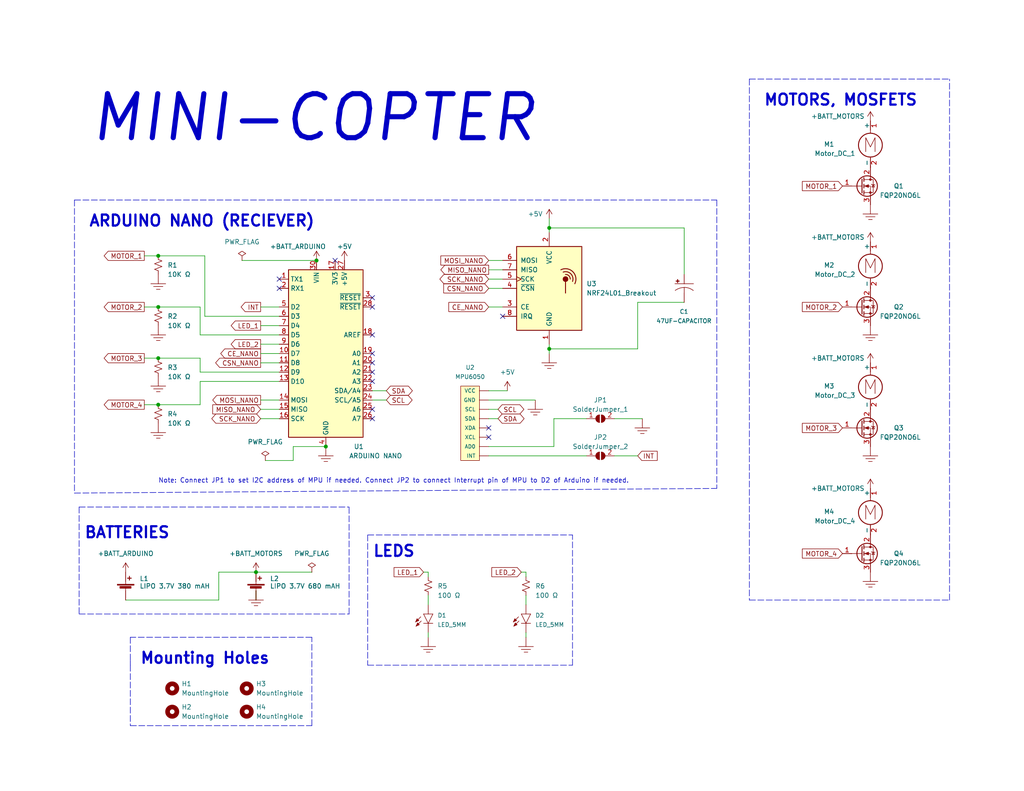
<source format=kicad_sch>
(kicad_sch (version 20211123) (generator eeschema)
  (paper "USLetter")
  (title_block (title "Mini-Copter") (date "2023-05-01") (rev "v1.0") (comment 4 "By: Ashish Agrahari"))
  (lib_symbols
    (symbol "+BATT_ARDUINO_1" (power) (pin_names (offset 0))
      (property "Value" "+BATT_ARDUINO_1" (at 0 3.556 0))
      (symbol "+BATT_ARDUINO_1_0_1"
        (polyline (pts (xy -0.762 1.27) (xy 0 2.54)))
        (polyline (pts (xy 0 0) (xy 0 2.54)))
        (polyline (pts (xy 0 2.54) (xy 0.762 1.27)))
      )
      (symbol "+BATT_ARDUINO_1_1_1"
        (pin power_in line (at 0 0 90) (length 0) hide (name "+BATT_ARDUINO") (number "1"))
      )
    )
    (symbol "+BATT_MOTORS_1" (power) (pin_names (offset 0))
      (property "Value" "+BATT_MOTORS_1" (at 0 3.556 0))
      (symbol "+BATT_MOTORS_1_0_1"
        (polyline (pts (xy -0.762 1.27) (xy 0 2.54)))
        (polyline (pts (xy 0 0) (xy 0 2.54)))
        (polyline (pts (xy 0 2.54) (xy 0.762 1.27)))
      )
      (symbol "+BATT_MOTORS_1_1_1"
        (pin power_in line (at 0 0 90) (length 0) hide (name "+BATT_MOTORS") (number "1"))
      )
    )
    (symbol "+BATT_MOTORS_2" (power) (pin_names (offset 0))
      (property "Value" "+BATT_MOTORS_2" (at 0 3.556 0))
      (symbol "+BATT_MOTORS_2_0_1"
        (polyline (pts (xy -0.762 1.27) (xy 0 2.54)))
        (polyline (pts (xy 0 0) (xy 0 2.54)))
        (polyline (pts (xy 0 2.54) (xy 0.762 1.27)))
      )
      (symbol "+BATT_MOTORS_2_1_1"
        (pin power_in line (at 0 0 90) (length 0) hide (name "+BATT_MOTORS") (number "1"))
      )
    )
    (symbol "+BATT_MOTORS_3" (power) (pin_names (offset 0))
      (property "Value" "+BATT_MOTORS_3" (at 0 3.556 0))
      (symbol "+BATT_MOTORS_3_0_1"
        (polyline (pts (xy -0.762 1.27) (xy 0 2.54)))
        (polyline (pts (xy 0 0) (xy 0 2.54)))
        (polyline (pts (xy 0 2.54) (xy 0.762 1.27)))
      )
      (symbol "+BATT_MOTORS_3_1_1"
        (pin power_in line (at 0 0 90) (length 0) hide (name "+BATT_MOTORS") (number "1"))
      )
    )
    (symbol "+BATT_MOTORS_4" (power) (pin_names (offset 0))
      (property "Value" "+BATT_MOTORS_4" (at 0 3.556 0))
      (symbol "+BATT_MOTORS_4_0_1"
        (polyline (pts (xy -0.762 1.27) (xy 0 2.54)))
        (polyline (pts (xy 0 0) (xy 0 2.54)))
        (polyline (pts (xy 0 2.54) (xy 0.762 1.27)))
      )
      (symbol "+BATT_MOTORS_4_1_1"
        (pin power_in line (at 0 0 90) (length 0) hide (name "+BATT_MOTORS") (number "1"))
      )
    )
    (symbol "AA_Custom_Components:+BATT_ARDUINO" (power) (pin_names (offset 0))
      (property "Value" "+BATT_ARDUINO" (at 0 3.556 0))
      (symbol "+BATT_ARDUINO_0_1"
        (polyline (pts (xy -0.762 1.27) (xy 0 2.54)))
        (polyline (pts (xy 0 0) (xy 0 2.54)))
        (polyline (pts (xy 0 2.54) (xy 0.762 1.27)))
      )
      (symbol "+BATT_ARDUINO_1_1"
        (pin power_in line (at 0 0 90) (length 0) hide (name "+BATT_ARDUINO") (number "1"))
      )
    )
    (symbol "AA_Custom_Components:+BATT_MOTORS" (power) (pin_names (offset 0))
      (property "Value" "+BATT_MOTORS" (at 0 3.556 0))
      (symbol "+BATT_MOTORS_0_1"
        (polyline (pts (xy -0.762 1.27) (xy 0 2.54)))
        (polyline (pts (xy 0 0) (xy 0 2.54)))
        (polyline (pts (xy 0 2.54) (xy 0.762 1.27)))
      )
      (symbol "+BATT_MOTORS_1_1"
        (pin power_in line (at 0 0 90) (length 0) hide (name "+BATT_MOTORS") (number "1"))
      )
    )
    (symbol "AA_Custom_Components:47UF-CAPACITOR" (pin_numbers hide) (pin_names (offset 1.016) hide)
      (property "Reference" "C" (at 1.016 0.635 0))
      (property "Value" "47UF-CAPACITOR" (at 1.016 -4.191 0))
      (property "Field4" "CAP-08310" (at 0 7.62 0))
      (symbol "47UF-CAPACITOR_1_0"
        (polyline (pts (xy -2.54 0) (xy 2.54 0)))
        (polyline (pts (xy 0 -1.016) (xy 0 -2.54)))
      )
      (symbol "47UF-CAPACITOR_1_1"
        (rectangle (start -2.2352 0.6604) (end -1.3462 0.7874) (fill (type outline)))
        (rectangle (start -1.8542 0.2794) (end -1.7272 1.1684) (fill (type outline)))
        (arc (start 0 -1.016) (mid -1.2939 -1.2289) (end -2.4638 -1.8288))
        (arc (start 2.4892 -1.8542) (mid 1.3167 -1.2157) (end 0 -0.9906))
        (pin passive line (at 0 2.54 270) (length 2.54) (name "+") (number "1"))
        (pin passive line (at 0 -5.08 90) (length 2.54) (name "-") (number "2"))
      )
    )
    (symbol "AA_Custom_Components:GND" (power) (pin_numbers hide) (pin_names (offset 1.016) hide)
      (symbol "GND_1_0"
        (polyline (pts (xy -2.032 -2.54) (xy 2.032 -2.54)))
        (polyline (pts (xy -1.27 -3.302) (xy 1.27 -3.302)))
        (polyline (pts (xy -0.508 -4.064) (xy 0.508 -4.064)))
        (polyline (pts (xy 0 0) (xy 0 -2.54)))
      )
      (symbol "GND_1_1"
        (pin power_in line (at 0 0 270) (length 0) hide (name "GND") (number "~"))
      )
    )
    (symbol "AA_Custom_Components:LED_3MM" (pin_numbers hide) (pin_names (offset 1.016) hide)
      (property "Reference" "D" (at -1.27 -6.35 90))
      (property "Value" "LED_3MM" (at 3.81 -6.35 90))
      (property "Field4" "DIO-08794" (at -6.35 0 90))
      (symbol "LED_3MM_1_0"
        (polyline (pts (xy -2.032 -0.762) (xy -3.429 -2.159)))
        (polyline (pts (xy -1.905 -1.905) (xy -3.302 -3.302)))
        (polyline (pts (xy 0 -2.54) (xy -1.27 -2.54)))
        (polyline (pts (xy 0 -2.54) (xy -1.27 0)))
        (polyline (pts (xy 1.27 -2.54) (xy 0 -2.54)))
        (polyline (pts (xy 1.27 0) (xy -1.27 0)))
        (polyline (pts (xy 1.27 0) (xy 0 -2.54)))
      )
      (symbol "LED_3MM_1_1"
        (polyline (pts (xy -3.429 -2.159) (xy -3.048 -1.27) (xy -3.048 -1.27) (xy -2.54 -1.778) (xy -2.54 -1.778) (xy -3.429 -2.159)) (fill (type outline)))
        (polyline (pts (xy -3.302 -3.302) (xy -2.921 -2.413) (xy -2.921 -2.413) (xy -2.413 -2.921) (xy -2.413 -2.921) (xy -3.302 -3.302)) (fill (type outline)))
        (pin passive line (at 0 2.54 270) (length 2.54) (name "1") (number "1"))
        (pin passive line (at 0 -5.08 90) (length 2.54) (name "2") (number "2"))
      )
    )
    (symbol "Arduino_Nano_Every_1"
      (property "Reference" "A" (at -10.16 23.495 0))
      (property "Value" "Arduino_Nano_Every_1" (at 5.08 -24.13 0))
      (symbol "Arduino_Nano_Every_1_0_1"
        (rectangle (start -10.16 22.86) (end 10.16 -22.86) (stroke (width 0.254)) (fill (type background)))
      )
      (symbol "Arduino_Nano_Every_1_1_1"
        (pin bidirectional line (at -12.7 20.32 0) (length 2.54) (name "TX1") (number "1"))
        (pin bidirectional line (at -12.7 0 0) (length 2.54) (name "D7") (number "10"))
        (pin bidirectional line (at -12.7 -2.54 0) (length 2.54) (name "D8") (number "11"))
        (pin bidirectional line (at -12.7 -5.08 0) (length 2.54) (name "D9") (number "12"))
        (pin bidirectional line (at -12.7 -7.62 0) (length 2.54) (name "D10") (number "13"))
        (pin bidirectional line (at -12.7 -12.7 0) (length 2.54) (name "MOSI") (number "14"))
        (pin bidirectional line (at -12.7 -15.24 0) (length 2.54) (name "MISO") (number "15"))
        (pin bidirectional line (at -12.7 -17.78 0) (length 2.54) (name "SCK") (number "16"))
        (pin power_out line (at 2.54 25.4 270) (length 2.54) (name "3V3") (number "17"))
        (pin input line (at 12.7 5.08 180) (length 2.54) (name "AREF") (number "18"))
        (pin bidirectional line (at 12.7 0 180) (length 2.54) (name "A0") (number "19"))
        (pin bidirectional line (at -12.7 17.78 0) (length 2.54) (name "RX1") (number "2"))
        (pin bidirectional line (at 12.7 -2.54 180) (length 2.54) (name "A1") (number "20"))
        (pin bidirectional line (at 12.7 -5.08 180) (length 2.54) (name "A2") (number "21"))
        (pin bidirectional line (at 12.7 -7.62 180) (length 2.54) (name "A3") (number "22"))
        (pin bidirectional line (at 12.7 -10.16 180) (length 2.54) (name "SDA/A4") (number "23"))
        (pin bidirectional line (at 12.7 -12.7 180) (length 2.54) (name "SCL/A5") (number "24"))
        (pin bidirectional line (at 12.7 -15.24 180) (length 2.54) (name "A6") (number "25"))
        (pin bidirectional line (at 12.7 -17.78 180) (length 2.54) (name "A7") (number "26"))
        (pin power_out line (at 5.08 25.4 270) (length 2.54) (name "+5V") (number "27"))
        (pin input line (at 12.7 12.7 180) (length 2.54) (name "~{RESET}") (number "28"))
        (pin passive line (at 0 -25.4 90) (length 2.54) hide (name "GND") (number "29"))
        (pin input line (at 12.7 15.24 180) (length 2.54) (name "~{RESET}") (number "3"))
        (pin power_in line (at -2.54 25.4 270) (length 2.54) (name "VIN") (number "30"))
        (pin power_in line (at 0 -25.4 90) (length 2.54) (name "GND") (number "4"))
        (pin bidirectional line (at -12.7 12.7 0) (length 2.54) (name "D2") (number "5"))
        (pin bidirectional line (at -12.7 10.16 0) (length 2.54) (name "D3") (number "6"))
        (pin bidirectional line (at -12.7 7.62 0) (length 2.54) (name "D4") (number "7"))
        (pin bidirectional line (at -12.7 5.08 0) (length 2.54) (name "D5") (number "8"))
        (pin bidirectional line (at -12.7 2.54 0) (length 2.54) (name "D6") (number "9"))
      )
    )
    (symbol "Device:Battery_Cell" (pin_numbers hide) (pin_names (offset 0) hide)
      (property "Reference" "BT" (at 2.54 2.54 0))
      (property "Value" "Battery_Cell" (at 2.54 0 0))
      (symbol "Battery_Cell_0_1"
        (rectangle (start -2.286 1.778) (end 2.286 1.524) (fill (type outline)))
        (rectangle (start -1.5748 1.1938) (end 1.4732 0.6858) (fill (type outline)))
        (polyline (pts (xy 0 0.762) (xy 0 0)))
        (polyline (pts (xy 0 1.778) (xy 0 2.54)))
        (polyline (pts (xy 0.508 3.429) (xy 1.524 3.429)) (stroke (width 0.254)))
        (polyline (pts (xy 1.016 3.937) (xy 1.016 2.921)) (stroke (width 0.254)))
      )
      (symbol "Battery_Cell_1_1"
        (pin passive line (at 0 5.08 270) (length 2.54) (name "+") (number "1"))
        (pin passive line (at 0 -2.54 90) (length 2.54) (name "-") (number "2"))
      )
    )
    (symbol "Device:R_Small_US" (pin_numbers hide) (pin_names (offset 0.254) hide)
      (property "Reference" "R" (at 0.762 0.508 0))
      (property "Value" "R_Small_US" (at 0.762 -1.016 0))
      (symbol "R_Small_US_1_1"
        (polyline (pts (xy 0 0) (xy 1.016 -0.381) (xy 0 -0.762) (xy -1.016 -1.143) (xy 0 -1.524)))
        (polyline (pts (xy 0 1.524) (xy 1.016 1.143) (xy 0 0.762) (xy -1.016 0.381) (xy 0 0)))
        (pin passive line (at 0 2.54 270) (length 1.016) (name "~") (number "1"))
        (pin passive line (at 0 -2.54 90) (length 1.016) (name "~") (number "2"))
      )
    )
    (symbol "Jumper:SolderJumper_2_Open" (pin_names (offset 0) hide)
      (property "Reference" "JP" (at 0 2.032 0))
      (property "Value" "SolderJumper_2_Open" (at 0 -2.54 0))
      (symbol "SolderJumper_2_Open_0_1"
        (arc (start -0.254 1.016) (mid -1.27 0) (end -0.254 -1.016))
        (arc (start -0.254 1.016) (mid -1.27 0) (end -0.254 -1.016) (fill (type outline)))
        (polyline (pts (xy -0.254 1.016) (xy -0.254 -1.016)))
        (polyline (pts (xy 0.254 1.016) (xy 0.254 -1.016)))
        (arc (start 0.254 -1.016) (mid 1.27 0) (end 0.254 1.016))
        (arc (start 0.254 -1.016) (mid 1.27 0) (end 0.254 1.016) (fill (type outline)))
      )
      (symbol "SolderJumper_2_Open_1_1"
        (pin passive line (at -3.81 0 0) (length 2.54) (name "A") (number "1"))
        (pin passive line (at 3.81 0 180) (length 2.54) (name "B") (number "2"))
      )
    )
    (symbol "MPU6050_IMU_1" (pin_numbers hide) (pin_names (offset 1.016))
      (property "Reference" "J" (at -1.27 10.16 0))
      (property "Value" "MPU6050_IMU_1" (at 0 -15.24 0))
      (symbol "MPU6050_IMU_1_0_1"
        (rectangle (start -3.81 8.89) (end 1.27 -11.43) (fill (type background)))
      )
      (symbol "MPU6050_IMU_1_1_1"
        (pin power_in line (at 3.81 7.62 180) (length 2.54) (name "VCC") (number "1"))
        (pin power_in line (at 3.81 5.08 180) (length 2.54) (name "GND") (number "2"))
        (pin passive line (at 3.81 2.54 180) (length 2.54) (name "SCL") (number "3"))
        (pin passive line (at 3.81 0 180) (length 2.54) (name "SDA") (number "4"))
        (pin power_out line (at 3.81 -2.54 180) (length 2.54) (name "XDA") (number "5"))
        (pin output line (at 3.81 -5.08 180) (length 2.54) (name "XCL") (number "6"))
        (pin input line (at 3.81 -7.62 180) (length 2.54) (name "AD0") (number "7"))
        (pin input line (at 3.81 -10.16 180) (length 2.54) (name "INT") (number "8"))
      )
    )
    (symbol "Mechanical:MountingHole" (pin_names (offset 1.016))
      (property "Reference" "H" (at 0 5.08 0))
      (property "Value" "MountingHole" (at 0 3.175 0))
      (symbol "MountingHole_0_1"
        (circle (center 0 0) (radius 1.27) (stroke (width 1.27)))
      )
    )
    (symbol "Motor:Motor_DC" (pin_names (offset 0))
      (property "Reference" "M" (at 2.54 2.54 0))
      (property "Value" "Motor_DC" (at 2.54 -5.08 0))
      (symbol "Motor_DC_0_0"
        (polyline (pts (xy -1.27 -3.302) (xy -1.27 0.508) (xy 0 -2.032) (xy 1.27 0.508) (xy 1.27 -3.302)))
      )
      (symbol "Motor_DC_0_1"
        (circle (center 0 -1.524) (radius 3.2512) (stroke (width 0.254)))
        (polyline (pts (xy 0 -7.62) (xy 0 -7.112)))
        (polyline (pts (xy 0 -4.7752) (xy 0 -5.1816)))
        (polyline (pts (xy 0 1.7272) (xy 0 2.0828)))
        (polyline (pts (xy 0 2.032) (xy 0 2.54)))
      )
      (symbol "Motor_DC_1_1"
        (pin passive line (at 0 5.08 270) (length 2.54) (name "+") (number "1"))
        (pin passive line (at 0 -7.62 90) (length 2.54) (name "-") (number "2"))
      )
    )
    (symbol "RF:NRF24L01_Breakout" (pin_names (offset 1.016))
      (property "Reference" "U" (at -8.89 12.7 0))
      (property "Value" "NRF24L01_Breakout" (at 3.81 12.7 0))
      (symbol "NRF24L01_Breakout_0_1"
        (rectangle (start -8.89 11.43) (end 8.89 -11.43) (stroke (width 0.254)) (fill (type background)))
        (polyline (pts (xy 4.445 1.905) (xy 4.445 -1.27)) (stroke (width 0.254)))
        (circle (center 4.445 2.54) (radius 0.635) (stroke (width 0.254)) (fill (type outline)))
        (arc (start 5.715 2.54) (mid 5.3521 3.4546) (end 4.445 3.81) (stroke (width 0.254)))
        (arc (start 6.35 1.905) (mid 5.8763 3.9854) (end 3.81 4.445) (stroke (width 0.254)))
        (arc (start 6.985 1.27) (mid 6.453 4.548) (end 3.175 5.08) (stroke (width 0.254)))
      )
      (symbol "NRF24L01_Breakout_1_1"
        (pin power_in line (at 0 -15.24 90) (length 3.81) (name "GND") (number "1"))
        (pin power_in line (at 0 15.24 270) (length 3.81) (name "VCC") (number "2"))
        (pin input line (at -12.7 -5.08 0) (length 3.81) (name "CE") (number "3"))
        (pin input line (at -12.7 0 0) (length 3.81) (name "~{CSN}") (number "4"))
        (pin input clock (at -12.7 2.54 0) (length 3.81) (name "SCK") (number "5"))
        (pin input line (at -12.7 7.62 0) (length 3.81) (name "MOSI") (number "6"))
        (pin output line (at -12.7 5.08 0) (length 3.81) (name "MISO") (number "7"))
        (pin output line (at -12.7 -7.62 0) (length 3.81) (name "IRQ") (number "8"))
      )
    )
    (symbol "Transistor_FET:IRF540N" (pin_names hide)
      (property "Reference" "Q" (at 6.35 1.905 0))
      (property "Value" "IRF540N" (at 6.35 0 0))
      (symbol "IRF540N_0_1"
        (polyline (pts (xy 0.254 0) (xy -2.54 0)))
        (polyline (pts (xy 0.254 1.905) (xy 0.254 -1.905)) (stroke (width 0.254)))
        (polyline (pts (xy 0.762 -1.27) (xy 0.762 -2.286)) (stroke (width 0.254)))
        (polyline (pts (xy 0.762 0.508) (xy 0.762 -0.508)) (stroke (width 0.254)))
        (polyline (pts (xy 0.762 2.286) (xy 0.762 1.27)) (stroke (width 0.254)))
        (polyline (pts (xy 2.54 2.54) (xy 2.54 1.778)))
        (polyline (pts (xy 2.54 -2.54) (xy 2.54 0) (xy 0.762 0)))
        (polyline (pts (xy 0.762 -1.778) (xy 3.302 -1.778) (xy 3.302 1.778) (xy 0.762 1.778)))
        (polyline (pts (xy 1.016 0) (xy 2.032 0.381) (xy 2.032 -0.381) (xy 1.016 0)) (fill (type outline)))
        (polyline (pts (xy 2.794 0.508) (xy 2.921 0.381) (xy 3.683 0.381) (xy 3.81 0.254)))
        (polyline (pts (xy 3.302 0.381) (xy 2.921 -0.254) (xy 3.683 -0.254) (xy 3.302 0.381)))
        (circle (center 1.651 0) (radius 2.794) (stroke (width 0.254)))
        (circle (center 2.54 -1.778) (radius 0.254) (fill (type outline)))
        (circle (center 2.54 1.778) (radius 0.254) (fill (type outline)))
      )
      (symbol "IRF540N_1_1"
        (pin input line (at -5.08 0 0) (length 2.54) (name "G") (number "1"))
        (pin passive line (at 2.54 5.08 270) (length 2.54) (name "D") (number "2"))
        (pin passive line (at 2.54 -5.08 90) (length 2.54) (name "S") (number "3"))
      )
    )
    (symbol "power:+5V" (power) (pin_names (offset 0))
      (property "Value" "+5V" (at 0 3.556 0))
      (symbol "+5V_0_1"
        (polyline (pts (xy -0.762 1.27) (xy 0 2.54)))
        (polyline (pts (xy 0 0) (xy 0 2.54)))
        (polyline (pts (xy 0 2.54) (xy 0.762 1.27)))
      )
      (symbol "+5V_1_1"
        (pin power_in line (at 0 0 90) (length 0) hide (name "+5V") (number "1"))
      )
    )
    (symbol "power:PWR_FLAG" (power) (pin_numbers hide) (pin_names (offset 0) hide)
      (property "Value" "PWR_FLAG" (at 0 3.81 0))
      (symbol "PWR_FLAG_0_0"
        (pin power_out line (at 0 0 90) (length 0) (name "pwr") (number "1"))
      )
      (symbol "PWR_FLAG_0_1"
        (polyline (pts (xy 0 0) (xy 0 1.27) (xy -1.016 1.905) (xy 0 2.54) (xy 1.016 1.905) (xy 0 1.27)))
      )
    )
  )
  (junction (at 43.18 83.82))
  (junction (at 69.85 156.21))
  (junction (at 86.36 71.12))
  (junction (at 43.18 97.79))
  (junction (at 149.86 62.23))
  (junction (at 43.18 69.85))
  (junction (at 88.9 121.92))
  (junction (at 149.86 95.25))
  (junction (at 43.18 110.49))
  (no_connect (at 76.2 76.2))
  (no_connect (at 101.6 83.82))
  (no_connect (at 101.6 101.6))
  (no_connect (at 101.6 104.14))
  (no_connect (at 76.2 78.74))
  (no_connect (at 101.6 96.52))
  (no_connect (at 101.6 99.06))
  (no_connect (at 133.35 119.38))
  (no_connect (at 101.6 111.76))
  (no_connect (at 133.35 116.84))
  (no_connect (at 91.44 71.12))
  (no_connect (at 101.6 81.28))
  (no_connect (at 101.6 91.44))
  (no_connect (at 101.6 114.3))
  (no_connect (at 137.16 86.36))
  (wire (pts (xy 149.86 62.23) (xy 186.69 62.23)))
  (wire (pts (xy 39.37 97.79) (xy 43.18 97.79)))
  (wire (pts (xy 71.12 114.3) (xy 76.2 114.3)))
  (wire (pts (xy 133.35 114.3) (xy 135.89 114.3)))
  (wire (pts (xy 167.64 114.3) (xy 175.26 114.3)))
  (polyline (pts (xy 204.47 163.83) (xy 259.08 163.83)))
  (wire (pts (xy 71.12 88.9) (xy 76.2 88.9)))
  (polyline (pts (xy 35.56 180.34) (xy 35.56 181.61)))
  (wire (pts (xy 54.61 97.79) (xy 43.18 97.79)))
  (polyline (pts (xy 20.32 134.62) (xy 195.58 133.35)))
  (wire (pts (xy 133.35 73.66) (xy 137.16 73.66)))
  (wire (pts (xy 167.64 124.46) (xy 173.99 124.46)))
  (wire (pts (xy 133.35 71.12) (xy 137.16 71.12)))
  (wire (pts (xy 55.88 69.85) (xy 55.88 86.36)))
  (wire (pts (xy 39.37 83.82) (xy 43.18 83.82)))
  (polyline (pts (xy 100.33 146.05) (xy 156.21 146.05)))
  (wire (pts (xy 54.61 91.44) (xy 76.2 91.44)))
  (wire (pts (xy 71.12 93.98) (xy 76.2 93.98)))
  (wire (pts (xy 116.84 172.72) (xy 116.84 173.99)))
  (wire (pts (xy 149.86 95.25) (xy 149.86 93.98)))
  (polyline (pts (xy 95.25 167.64) (xy 95.25 138.43)))
  (wire (pts (xy 133.35 83.82) (xy 137.16 83.82)))
  (wire (pts (xy 71.12 109.22) (xy 76.2 109.22)))
  (wire (pts (xy 101.6 106.68) (xy 105.41 106.68)))
  (wire (pts (xy 69.85 156.21) (xy 85.09 156.21)))
  (wire (pts (xy 142.24 156.21) (xy 143.51 156.21)))
  (wire (pts (xy 133.35 124.46) (xy 160.02 124.46)))
  (wire (pts (xy 143.51 156.21) (xy 143.51 157.48)))
  (wire (pts (xy 71.12 111.76) (xy 76.2 111.76)))
  (wire (pts (xy 133.35 78.74) (xy 137.16 78.74)))
  (wire (pts (xy 151.13 114.3) (xy 160.02 114.3)))
  (wire (pts (xy 133.35 106.68) (xy 138.43 106.68)))
  (wire (pts (xy 43.18 83.82) (xy 54.61 83.82)))
  (wire (pts (xy 149.86 95.25) (xy 173.99 95.25)))
  (wire (pts (xy 151.13 121.92) (xy 151.13 114.3)))
  (polyline (pts (xy 100.33 181.61) (xy 156.21 181.61)))
  (wire (pts (xy 72.39 125.73) (xy 80.01 125.73)))
  (wire (pts (xy 71.12 96.52) (xy 76.2 96.52)))
  (wire (pts (xy 71.12 83.82) (xy 76.2 83.82)))
  (polyline (pts (xy 85.09 173.99) (xy 35.56 173.99)))
  (wire (pts (xy 54.61 101.6) (xy 54.61 97.79)))
  (wire (pts (xy 55.88 86.36) (xy 76.2 86.36)))
  (wire (pts (xy 43.18 110.49) (xy 39.37 110.49)))
  (polyline (pts (xy 35.56 173.99) (xy 35.56 180.34)))
  (wire (pts (xy 80.01 121.92) (xy 88.9 121.92)))
  (wire (pts (xy 116.84 156.21) (xy 116.84 157.48)))
  (polyline (pts (xy 20.32 54.61) (xy 20.32 134.62)))
  (polyline (pts (xy 35.56 181.61) (xy 35.56 198.12)))
  (polyline (pts (xy 195.58 54.61) (xy 195.58 133.35)))
  (wire (pts (xy 54.61 110.49) (xy 43.18 110.49)))
  (polyline (pts (xy 35.56 198.12) (xy 85.09 198.12)))
  (wire (pts (xy 71.12 99.06) (xy 76.2 99.06)))
  (wire (pts (xy 149.86 96.52) (xy 149.86 95.25)))
  (wire (pts (xy 186.69 62.23) (xy 186.69 74.93)))
  (wire (pts (xy 76.2 104.14) (xy 54.61 104.14)))
  (polyline (pts (xy 259.08 163.83) (xy 259.08 21.59)))
  (polyline (pts (xy 21.59 138.43) (xy 95.25 138.43)))
  (wire (pts (xy 34.29 163.83) (xy 59.69 163.83)))
  (wire (pts (xy 133.35 76.2) (xy 137.16 76.2)))
  (wire (pts (xy 69.85 161.29) (xy 69.85 163.83)))
  (polyline (pts (xy 204.47 21.59) (xy 204.47 163.83)))
  (wire (pts (xy 39.37 69.85) (xy 43.18 69.85)))
  (wire (pts (xy 101.6 109.22) (xy 105.41 109.22)))
  (wire (pts (xy 43.18 69.85) (xy 55.88 69.85)))
  (polyline (pts (xy 156.21 181.61) (xy 156.21 146.05)))
  (wire (pts (xy 133.35 109.22) (xy 146.05 109.22)))
  (wire (pts (xy 133.35 121.92) (xy 151.13 121.92)))
  (wire (pts (xy 59.69 156.21) (xy 59.69 163.83)))
  (wire (pts (xy 149.86 62.23) (xy 149.86 63.5)))
  (wire (pts (xy 173.99 82.55) (xy 186.69 82.55)))
  (polyline (pts (xy 100.33 146.05) (xy 100.33 181.61)))
  (wire (pts (xy 54.61 83.82) (xy 54.61 91.44)))
  (wire (pts (xy 149.86 59.69) (xy 149.86 62.23)))
  (polyline (pts (xy 21.59 138.43) (xy 21.59 167.64)))
  (wire (pts (xy 116.84 165.1) (xy 116.84 162.56)))
  (wire (pts (xy 143.51 172.72) (xy 143.51 173.99)))
  (polyline (pts (xy 21.59 167.64) (xy 95.25 167.64)))
  (wire (pts (xy 143.51 165.1) (xy 143.51 162.56)))
  (wire (pts (xy 66.04 71.12) (xy 86.36 71.12)))
  (wire (pts (xy 133.35 111.76) (xy 135.89 111.76)))
  (wire (pts (xy 80.01 125.73) (xy 80.01 121.92)))
  (polyline (pts (xy 204.47 21.59) (xy 259.08 21.59)))
  (wire (pts (xy 173.99 95.25) (xy 173.99 82.55)))
  (wire (pts (xy 115.57 156.21) (xy 116.84 156.21)))
  (wire (pts (xy 59.69 156.21) (xy 69.85 156.21)))
  (polyline (pts (xy 85.09 198.12) (xy 85.09 173.99)))
  (wire (pts (xy 54.61 104.14) (xy 54.61 110.49)))
  (wire (pts (xy 76.2 101.6) (xy 54.61 101.6)))
  (polyline (pts (xy 20.32 54.61) (xy 195.58 54.61)))
  (text "ARDUINO NANO (RECIEVER)" (at 24.13 62.23 0) (effects (font (size 3 3) (thickness 0.6) bold) (justify left bottom)))
  (text "Note: Connect JP1 to set I2C address of MPU if needed. Connect JP2 to connect Interrupt pin of MPU to D2 of Arduino if needed." (at 43.18 132.08 0) (effects (font (size 1.27 1.27)) (justify left bottom)))
  (text "MINI-COPTER" (at 24.13 39.37 0) (effects (font (size 12 12) (thickness 1.4) bold italic) (justify left bottom)))
  (text "BATTERIES" (at 22.86 147.32 0) (effects (font (size 3 3) (thickness 0.6) bold) (justify left bottom)))
  (text "LEDS" (at 101.6 152.4 0) (effects (font (size 3 3) (thickness 0.6) bold) (justify left bottom)))
  (text "Mounting Holes" (at 38.1 181.61 0) (effects (font (size 3 3) (thickness 0.6) bold) (justify left bottom)))
  (text "MOTORS, MOSFETS" (at 208.28 29.21 0) (effects (font (size 3 3) (thickness 0.6) bold) (justify left bottom)))
  (global_label "CSN_NANO" (shape input) (at 133.35 78.74 180) (property "Intersheet References" "${INTERSHEET_REFS}" (effects hide)))
  (global_label "SDA" (shape bidirectional) (at 135.89 114.3 0) (property "Intersheet References" "${INTERSHEET_REFS}" (effects hide)))
  (global_label "MOTOR_3" (shape output) (at 39.37 97.79 180) (property "Intersheet References" "${INTERSHEET_REFS}" (effects hide)))
  (global_label "LED_2" (shape input) (at 142.24 156.21 180) (property "Intersheet References" "${INTERSHEET_REFS}" (effects hide)))
  (global_label "MOTOR_4" (shape input) (at 229.87 151.13 180) (property "Intersheet References" "${INTERSHEET_REFS}" (effects hide)))
  (global_label "CSN_NANO" (shape output) (at 71.12 99.06 180) (property "Intersheet References" "${INTERSHEET_REFS}" (effects hide)))
  (global_label "MOTOR_2" (shape input) (at 229.87 83.82 180) (property "Intersheet References" "${INTERSHEET_REFS}" (effects hide)))
  (global_label "MOSI_NANO" (shape output) (at 71.12 109.22 180) (property "Intersheet References" "${INTERSHEET_REFS}" (effects hide)))
  (global_label "SDA" (shape bidirectional) (at 105.41 106.68 0) (property "Intersheet References" "${INTERSHEET_REFS}" (effects hide)))
  (global_label "MOTOR_4" (shape output) (at 39.37 110.49 180) (property "Intersheet References" "${INTERSHEET_REFS}" (effects hide)))
  (global_label "SCK_NANO" (shape bidirectional) (at 71.12 114.3 180) (property "Intersheet References" "${INTERSHEET_REFS}" (effects hide)))
  (global_label "MOTOR_3" (shape input) (at 229.87 116.84 180) (property "Intersheet References" "${INTERSHEET_REFS}" (effects hide)))
  (global_label "MISO_NANO" (shape input) (at 71.12 111.76 180) (property "Intersheet References" "${INTERSHEET_REFS}" (effects hide)))
  (global_label "SCL" (shape bidirectional) (at 135.89 111.76 0) (property "Intersheet References" "${INTERSHEET_REFS}" (effects hide)))
  (global_label "LED_1" (shape output) (at 71.12 88.9 180) (property "Intersheet References" "${INTERSHEET_REFS}" (effects hide)))
  (global_label "SCL" (shape bidirectional) (at 105.41 109.22 0) (property "Intersheet References" "${INTERSHEET_REFS}" (effects hide)))
  (global_label "MOTOR_1" (shape output) (at 39.37 69.85 180) (property "Intersheet References" "${INTERSHEET_REFS}" (effects hide)))
  (global_label "LED_2" (shape output) (at 71.12 93.98 180) (property "Intersheet References" "${INTERSHEET_REFS}" (effects hide)))
  (global_label "MISO_NANO" (shape output) (at 133.35 73.66 180) (property "Intersheet References" "${INTERSHEET_REFS}" (effects hide)))
  (global_label "SCK_NANO" (shape bidirectional) (at 133.35 76.2 180) (property "Intersheet References" "${INTERSHEET_REFS}" (effects hide)))
  (global_label "INT" (shape input) (at 173.99 124.46 0) (property "Intersheet References" "${INTERSHEET_REFS}" (effects hide)))
  (global_label "MOTOR_2" (shape output) (at 39.37 83.82 180) (property "Intersheet References" "${INTERSHEET_REFS}" (effects hide)))
  (global_label "MOTOR_1" (shape input) (at 229.87 50.8 180) (property "Intersheet References" "${INTERSHEET_REFS}" (effects hide)))
  (global_label "CE_NANO" (shape output) (at 71.12 96.52 180) (property "Intersheet References" "${INTERSHEET_REFS}" (effects hide)))
  (global_label "CE_NANO" (shape input) (at 133.35 83.82 180) (property "Intersheet References" "${INTERSHEET_REFS}" (effects hide)))
  (global_label "INT" (shape output) (at 71.12 83.82 180) (property "Intersheet References" "${INTERSHEET_REFS}" (effects hide)))
  (global_label "MOSI_NANO" (shape input) (at 133.35 71.12 180) (property "Intersheet References" "${INTERSHEET_REFS}" (effects hide)))
  (global_label "LED_1" (shape input) (at 115.57 156.21 180) (property "Intersheet References" "${INTERSHEET_REFS}" (effects hide)))
  (symbol (lib_name "+BATT_MOTORS_2") (lib_id "AA_Custom_Components:+BATT_MOTORS") (at 237.49 33.02 0) (unit 1)
    (property "Reference" "#PWR07" (effects hide))
    (property "Value" "+BATT_MOTORS" (at 228.6 31.75 0))
  )
  (symbol (lib_id "AA_Custom_Components:GND") (at 143.51 173.99 0) (unit 1)
    (property "Reference" "#GND08" (effects hide))
    (property "Value" "GND" (effects hide))
    (property "Footprint" "XXX-00000" (effects hide))
  )
  (symbol (lib_id "Transistor_FET:IRF540N") (at 234.95 50.8 0) (unit 1)
    (property "Reference" "Q1" (at 243.84 50.8 0) (effects (justify left)))
    (property "Value" "FQP20NO6L" (at 240.03 53.34 0) (effects (justify left)))
    (property "Footprint" "AA_Custom_Components:3Pin_MOSFET_MotorDriver" (effects hide))
    (property "Datasheet" "http://www.irf.com/product-info/datasheets/data/irf540n.pdf" (effects hide))
  )
  (symbol (lib_id "power:+5V") (at 138.43 106.68 0) (unit 1)
    (property "Reference" "#PWR05" (effects hide))
    (property "Value" "+5V" (at 138.43 101.6 0))
  )
  (symbol (lib_name "+BATT_MOTORS_3") (lib_id "AA_Custom_Components:+BATT_MOTORS") (at 237.49 99.06 0) (unit 1)
    (property "Reference" "#PWR09" (effects hide))
    (property "Value" "+BATT_MOTORS" (at 228.6 97.79 0))
  )
  (symbol (lib_id "Motor:Motor_DC") (at 237.49 104.14 0) (unit 1)
    (property "Reference" "M3" (at 224.79 105.41 0) (effects (justify left)))
    (property "Value" "Motor_DC_3" (at 222.25 107.95 0) (effects (justify left)))
    (property "Footprint" "AA_Custom_Components:PowerPad_Pair_3.0x3.0mm" (effects hide))
  )
  (symbol (lib_id "Jumper:SolderJumper_2_Open") (at 163.83 114.3 0) (unit 1)
    (property "Reference" "JP1" (at 163.83 109.22 0))
    (property "Value" "SolderJumper_1" (at 163.83 111.76 0))
    (property "Footprint" "Connector_PinHeader_2.54mm:PinHeader_1x02_P2.54mm_Vertical" (effects hide))
  )
  (symbol (lib_id "AA_Custom_Components:GND") (at 237.49 121.92 0) (unit 1)
    (property "Reference" "#GND014" (effects hide))
    (property "Value" "GND" (effects hide))
    (property "Footprint" "XXX-00000" (effects hide))
  )
  (symbol (lib_id "power:PWR_FLAG") (at 85.09 156.21 0) (unit 1)
    (property "Reference" "#FLG03" (effects hide))
    (property "Value" "PWR_FLAG" (at 85.09 151.13 0))
  )
  (symbol (lib_id "AA_Custom_Components:GND") (at 69.85 161.29 0) (unit 1)
    (property "Reference" "#GND05" (effects hide))
    (property "Value" "GND" (effects hide))
    (property "Footprint" "XXX-00000" (effects hide))
  )
  (symbol (lib_id "Device:R_Small_US") (at 43.18 100.33 0) (unit 1)
    (property "Reference" "R3" (at 45.72 100.33 0) (effects (justify left)))
    (property "Value" "10K Ω" (at 45.72 102.87 0) (effects (justify left)))
    (property "Footprint" "Resistor_THT:R_Axial_DIN0207_L6.3mm_D2.5mm_P10.16mm_Horizontal" (effects hide))
  )
  (symbol (lib_id "AA_Custom_Components:GND") (at 88.9 121.92 0) (unit 1)
    (property "Reference" "#GND06" (effects hide))
    (property "Value" "GND" (effects hide))
    (property "Footprint" "XXX-00000" (effects hide))
  )
  (symbol (lib_id "Motor:Motor_DC") (at 237.49 38.1 0) (unit 1)
    (property "Reference" "M1" (at 224.79 39.37 0) (effects (justify left)))
    (property "Value" "Motor_DC_1" (at 222.25 41.91 0) (effects (justify left)))
    (property "Footprint" "AA_Custom_Components:PowerPad_Pair_3.0x3.0mm" (effects hide))
  )
  (symbol (lib_id "Device:R_Small_US") (at 116.84 160.02 0) (unit 1)
    (property "Reference" "R5" (at 119.38 160.02 0) (effects (justify left)))
    (property "Value" "100 Ω" (at 119.38 162.56 0) (effects (justify left)))
    (property "Footprint" "Resistor_THT:R_Axial_DIN0207_L6.3mm_D2.5mm_P10.16mm_Horizontal" (effects hide))
  )
  (symbol (lib_id "Transistor_FET:IRF540N") (at 234.95 151.13 0) (unit 1)
    (property "Reference" "Q4" (at 243.84 151.13 0) (effects (justify left)))
    (property "Value" "FQP20NO6L" (at 240.03 153.67 0) (effects (justify left)))
    (property "Footprint" "AA_Custom_Components:3Pin_MOSFET_MotorDriver" (effects hide))
    (property "Datasheet" "http://www.irf.com/product-info/datasheets/data/irf540n.pdf" (effects hide))
  )
  (symbol (lib_id "AA_Custom_Components:47UF-CAPACITOR") (at 186.69 77.47 0) (unit 1)
    (property "Reference" "C1" (at 185.42 85.09 0) (effects (font (size 1.143 1.143)) (justify left)))
    (property "Value" "47UF-CAPACITOR" (at 179.07 87.63 0) (effects (font (size 1.143 1.143)) (justify left)))
    (property "Footprint" "Capacitor_THT:CP_Radial_D6.3mm_P2.50mm" (effects hide))
    (property "Field4" "CAP-08310" (effects hide))
  )
  (symbol (lib_id "RF:NRF24L01_Breakout") (at 149.86 78.74 0) (unit 1)
    (property "Reference" "U3" (at 160.02 77.4699 0) (effects (justify left)))
    (property "Value" "NRF24L01_Breakout" (at 160.02 80.0099 0) (effects (justify left)))
    (property "Footprint" "AA_Custom_Components:NRF24L01_Breakout" (effects hide))
    (property "Datasheet" "http://www.nordicsemi.com/eng/content/download/2730/34105/file/nRF24L01_Product_Specification_v2_0.pdf" (effects hide))
  )
  (symbol (lib_id "Transistor_FET:IRF540N") (at 234.95 83.82 0) (unit 1)
    (property "Reference" "Q2" (at 243.84 83.82 0) (effects (justify left)))
    (property "Value" "FQP20NO6L" (at 240.03 86.36 0) (effects (justify left)))
    (property "Footprint" "AA_Custom_Components:3Pin_MOSFET_MotorDriver" (effects hide))
    (property "Datasheet" "http://www.irf.com/product-info/datasheets/data/irf540n.pdf" (effects hide))
  )
  (symbol (lib_id "Mechanical:MountingHole") (at 46.99 194.31 0) (unit 1)
    (property "Reference" "H2" (at 49.53 193.0399 0) (effects (justify left)))
    (property "Value" "MountingHole" (at 49.53 195.5799 0) (effects (justify left)))
    (property "Footprint" "MountingHole:MountingHole_3.2mm_M3_Pad" (effects hide))
  )
  (symbol (lib_id "Device:Battery_Cell") (at 34.29 161.29 0) (unit 1)
    (property "Reference" "L1" (at 38.1 157.9879 0) (effects (justify left)))
    (property "Value" "LIPO 3.7V 380 mAH" (at 38.1 160.02 0) (effects (justify left)))
    (property "Footprint" "AA_Custom_Components:PowerPad_Pair_5.0x5.0mm" (effects hide))
  )
  (symbol (lib_id "AA_Custom_Components:GND") (at 146.05 109.22 0) (unit 1)
    (property "Reference" "#GND09" (effects hide))
    (property "Value" "GND" (effects hide))
    (property "Footprint" "XXX-00000" (effects hide))
  )
  (symbol (lib_id "power:+5V") (at 149.86 59.69 0) (unit 1)
    (property "Reference" "#PWR06" (effects hide))
    (property "Value" "+5V" (at 146.05 58.42 0))
  )
  (symbol (lib_id "Motor:Motor_DC") (at 237.49 138.43 0) (unit 1)
    (property "Reference" "M4" (at 224.79 139.7 0) (effects (justify left)))
    (property "Value" "Motor_DC_4" (at 222.25 142.24 0) (effects (justify left)))
    (property "Footprint" "AA_Custom_Components:PowerPad_Pair_3.0x3.0mm" (effects hide))
  )
  (symbol (lib_id "AA_Custom_Components:GND") (at 237.49 156.21 0) (unit 1)
    (property "Reference" "#GND015" (effects hide))
    (property "Value" "GND" (effects hide))
    (property "Footprint" "XXX-00000" (effects hide))
  )
  (symbol (lib_name "MPU6050_IMU_1") (lib_id "AA_Custom_Components:MPU6050_IMU") (at 129.54 114.3 0) (unit 1)
    (property "Reference" "U2" (at 128.27 100.33 0) (effects (font (size 1.143 1.143))))
    (property "Value" "MPU6050" (at 128.27 102.87 0) (effects (font (size 1.143 1.143))))
    (property "Footprint" "AA_Custom_Components:MPU6050" (effects hide))
  )
  (symbol (lib_name "+BATT_MOTORS_1") (lib_id "AA_Custom_Components:+BATT_MOTORS") (at 237.49 133.35 0) (unit 1)
    (property "Reference" "#PWR010" (effects hide))
    (property "Value" "+BATT_MOTORS" (at 228.6 133.35 0))
  )
  (symbol (lib_id "AA_Custom_Components:GND") (at 237.49 88.9 0) (unit 1)
    (property "Reference" "#GND013" (effects hide))
    (property "Value" "GND" (effects hide))
    (property "Footprint" "XXX-00000" (effects hide))
  )
  (symbol (lib_id "AA_Custom_Components:LED_3MM") (at 143.51 167.64 0) (unit 1)
    (property "Reference" "D2" (at 146.05 168.021 0) (effects (font (size 1.143 1.143)) (justify left)))
    (property "Value" "LED_5MM" (at 146.05 170.561 0) (effects (font (size 1.143 1.143)) (justify left)))
    (property "Footprint" "LED_THT:LED_D5.0mm" (effects hide))
    (property "Field4" "DIO-08794" (effects hide))
  )
  (symbol (lib_name "+BATT_MOTORS_4") (lib_id "AA_Custom_Components:+BATT_MOTORS") (at 237.49 66.04 0) (unit 1)
    (property "Reference" "#PWR08" (effects hide))
    (property "Value" "+BATT_MOTORS" (at 228.6 64.77 0))
  )
  (symbol (lib_id "Mechanical:MountingHole") (at 67.31 187.96 0) (unit 1)
    (property "Reference" "H3" (at 69.85 186.6899 0) (effects (justify left)))
    (property "Value" "MountingHole" (at 69.85 189.2299 0) (effects (justify left)))
    (property "Footprint" "MountingHole:MountingHole_3.2mm_M3_Pad" (effects hide))
  )
  (symbol (lib_id "AA_Custom_Components:GND") (at 43.18 115.57 0) (unit 1)
    (property "Reference" "#GND04" (effects hide))
    (property "Value" "GND" (effects hide))
    (property "Footprint" "XXX-00000" (effects hide))
  )
  (symbol (lib_id "AA_Custom_Components:GND") (at 175.26 114.3 0) (unit 1)
    (property "Reference" "#GND011" (effects hide))
    (property "Value" "GND" (effects hide))
    (property "Footprint" "XXX-00000" (effects hide))
  )
  (symbol (lib_id "Mechanical:MountingHole") (at 67.31 194.31 0) (unit 1)
    (property "Reference" "H4" (at 69.85 193.0399 0) (effects (justify left)))
    (property "Value" "MountingHole" (at 69.85 195.5799 0) (effects (justify left)))
    (property "Footprint" "MountingHole:MountingHole_3.2mm_M3_Pad" (effects hide))
  )
  (symbol (lib_id "AA_Custom_Components:GND") (at 149.86 96.52 0) (unit 1)
    (property "Reference" "#GND010" (effects hide))
    (property "Value" "GND" (effects hide))
    (property "Footprint" "XXX-00000" (effects hide))
  )
  (symbol (lib_id "Mechanical:MountingHole") (at 46.99 187.96 0) (unit 1)
    (property "Reference" "H1" (at 49.53 186.6899 0) (effects (justify left)))
    (property "Value" "MountingHole" (at 49.53 189.2299 0) (effects (justify left)))
    (property "Footprint" "MountingHole:MountingHole_3.2mm_M3_Pad" (effects hide))
  )
  (symbol (lib_id "Device:Battery_Cell") (at 69.85 161.29 0) (unit 1)
    (property "Reference" "L2" (at 73.66 157.9879 0) (effects (justify left)))
    (property "Value" "LIPO 3.7V 680 mAH" (at 73.66 160.02 0) (effects (justify left)))
    (property "Footprint" "AA_Custom_Components:PowerPad_Pair_5.0x5.0mm_1PadFlipped" (effects hide))
  )
  (symbol (lib_id "AA_Custom_Components:+BATT_MOTORS") (at 69.85 156.21 0) (unit 1)
    (property "Reference" "#PWR02" (effects hide))
    (property "Value" "+BATT_MOTORS" (at 69.85 151.13 0))
  )
  (symbol (lib_name "+BATT_ARDUINO_1") (lib_id "AA_Custom_Components:+BATT_ARDUINO") (at 86.36 71.12 0) (unit 1)
    (property "Reference" "#PWR03" (effects hide))
    (property "Value" "+BATT_ARDUINO" (at 81.28 67.31 0))
  )
  (symbol (lib_id "Transistor_FET:IRF540N") (at 234.95 116.84 0) (unit 1)
    (property "Reference" "Q3" (at 243.84 116.84 0) (effects (justify left)))
    (property "Value" "FQP20NO6L" (at 240.03 119.38 0) (effects (justify left)))
    (property "Footprint" "AA_Custom_Components:3Pin_MOSFET_MotorDriver" (effects hide))
    (property "Datasheet" "http://www.irf.com/product-info/datasheets/data/irf540n.pdf" (effects hide))
  )
  (symbol (lib_id "Device:R_Small_US") (at 43.18 113.03 0) (unit 1)
    (property "Reference" "R4" (at 45.72 113.03 0) (effects (justify left)))
    (property "Value" "10K Ω" (at 45.72 115.57 0) (effects (justify left)))
    (property "Footprint" "Resistor_THT:R_Axial_DIN0207_L6.3mm_D2.5mm_P10.16mm_Horizontal" (effects hide))
  )
  (symbol (lib_id "AA_Custom_Components:+BATT_ARDUINO") (at 34.29 156.21 0) (unit 1)
    (property "Reference" "#PWR01" (effects hide))
    (property "Value" "+BATT_ARDUINO" (at 34.29 151.13 0))
  )
  (symbol (lib_id "Jumper:SolderJumper_2_Open") (at 163.83 124.46 0) (unit 1)
    (property "Reference" "JP2" (at 163.83 119.38 0))
    (property "Value" "SolderJumper_2" (at 163.83 121.92 0))
    (property "Footprint" "Connector_PinHeader_2.54mm:PinHeader_1x02_P2.54mm_Vertical" (effects hide))
  )
  (symbol (lib_id "Device:R_Small_US") (at 43.18 72.39 0) (unit 1)
    (property "Reference" "R1" (at 45.72 72.39 0) (effects (justify left)))
    (property "Value" "10K Ω" (at 45.72 74.93 0) (effects (justify left)))
    (property "Footprint" "Resistor_THT:R_Axial_DIN0207_L6.3mm_D2.5mm_P10.16mm_Horizontal" (effects hide))
  )
  (symbol (lib_id "Device:R_Small_US") (at 143.51 160.02 0) (unit 1)
    (property "Reference" "R6" (at 146.05 160.02 0) (effects (justify left)))
    (property "Value" "100 Ω" (at 146.05 162.56 0) (effects (justify left)))
    (property "Footprint" "Resistor_THT:R_Axial_DIN0207_L6.3mm_D2.5mm_P10.16mm_Horizontal" (effects hide))
  )
  (symbol (lib_id "AA_Custom_Components:GND") (at 237.49 55.88 0) (unit 1)
    (property "Reference" "#GND012" (effects hide))
    (property "Value" "GND" (effects hide))
    (property "Footprint" "XXX-00000" (effects hide))
  )
  (symbol (lib_id "power:+5V") (at 93.98 71.12 0) (unit 1)
    (property "Reference" "#PWR04" (effects hide))
    (property "Value" "+5V" (at 93.98 67.31 0))
  )
  (symbol (lib_id "Device:R_Small_US") (at 43.18 86.36 0) (unit 1)
    (property "Reference" "R2" (at 45.72 86.36 0) (effects (justify left)))
    (property "Value" "10K Ω" (at 45.72 88.9 0) (effects (justify left)))
    (property "Footprint" "Resistor_THT:R_Axial_DIN0207_L6.3mm_D2.5mm_P10.16mm_Horizontal" (effects hide))
  )
  (symbol (lib_id "power:PWR_FLAG") (at 72.39 125.73 0) (unit 1)
    (property "Reference" "#FLG02" (effects hide))
    (property "Value" "PWR_FLAG" (at 72.39 120.65 0))
  )
  (symbol (lib_id "AA_Custom_Components:LED_3MM") (at 116.84 167.64 0) (unit 1)
    (property "Reference" "D1" (at 119.38 168.021 0) (effects (font (size 1.143 1.143)) (justify left)))
    (property "Value" "LED_5MM" (at 119.38 170.561 0) (effects (font (size 1.143 1.143)) (justify left)))
    (property "Footprint" "LED_THT:LED_D5.0mm" (effects hide))
    (property "Field4" "DIO-08794" (effects hide))
  )
  (symbol (lib_id "AA_Custom_Components:GND") (at 43.18 88.9 0) (unit 1)
    (property "Reference" "#GND02" (effects hide))
    (property "Value" "GND" (effects hide))
    (property "Footprint" "XXX-00000" (effects hide))
  )
  (symbol (lib_id "AA_Custom_Components:GND") (at 116.84 173.99 0) (unit 1)
    (property "Reference" "#GND07" (effects hide))
    (property "Value" "GND" (effects hide))
    (property "Footprint" "XXX-00000" (effects hide))
  )
  (symbol (lib_id "Motor:Motor_DC") (at 237.49 71.12 0) (unit 1)
    (property "Reference" "M2" (at 224.79 72.39 0) (effects (justify left)))
    (property "Value" "Motor_DC_2" (at 222.25 74.93 0) (effects (justify left)))
    (property "Footprint" "AA_Custom_Components:PowerPad_Pair_3.0x3.0mm" (effects hide))
  )
  (symbol (lib_id "power:PWR_FLAG") (at 66.04 71.12 0) (unit 1)
    (property "Reference" "#FLG01" (effects hide))
    (property "Value" "PWR_FLAG" (at 66.04 66.04 0))
  )
  (symbol (lib_name "Arduino_Nano_Every_1") (lib_id "MCU_Module:Arduino_Nano_Every") (at 88.9 96.52 0) (unit 1)
    (property "Reference" "U1" (at 96.52 121.92 0) (effects (justify left)))
    (property "Value" "ARDUINO NANO" (at 95.25 124.46 0) (effects (justify left)))
    (property "Footprint" "AA_Custom_Components:Arduino_Nano" (effects hide))
    (property "Datasheet" "https://content.arduino.cc/assets/NANOEveryV3.0_sch.pdf" (effects hide))
  )
  (symbol (lib_id "AA_Custom_Components:GND") (at 43.18 74.93 0) (unit 1)
    (property "Reference" "#GND01" (effects hide))
    (property "Value" "GND" (effects hide))
    (property "Footprint" "XXX-00000" (effects hide))
  )
  (symbol (lib_id "AA_Custom_Components:GND") (at 43.18 102.87 0) (unit 1)
    (property "Reference" "#GND03" (effects hide))
    (property "Value" "GND" (effects hide))
    (property "Footprint" "XXX-00000" (effects hide))
  )
)
</source>
